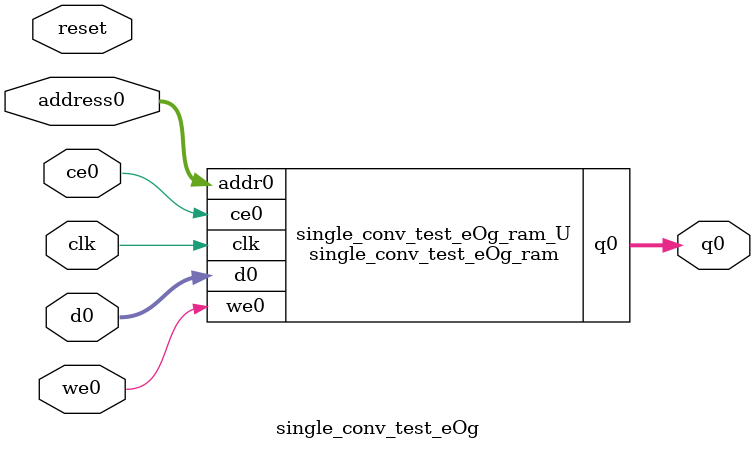
<source format=v>
`timescale 1 ns / 1 ps
module single_conv_test_eOg_ram (addr0, ce0, d0, we0, q0,  clk);

parameter DWIDTH = 32;
parameter AWIDTH = 3;
parameter MEM_SIZE = 6;

input[AWIDTH-1:0] addr0;
input ce0;
input[DWIDTH-1:0] d0;
input we0;
output reg[DWIDTH-1:0] q0;
input clk;

(* ram_style = "distributed" *)reg [DWIDTH-1:0] ram[0:MEM_SIZE-1];




always @(posedge clk)  
begin 
    if (ce0) 
    begin
        if (we0) 
        begin 
            ram[addr0] <= d0; 
        end 
        q0 <= ram[addr0];
    end
end


endmodule

`timescale 1 ns / 1 ps
module single_conv_test_eOg(
    reset,
    clk,
    address0,
    ce0,
    we0,
    d0,
    q0);

parameter DataWidth = 32'd32;
parameter AddressRange = 32'd6;
parameter AddressWidth = 32'd3;
input reset;
input clk;
input[AddressWidth - 1:0] address0;
input ce0;
input we0;
input[DataWidth - 1:0] d0;
output[DataWidth - 1:0] q0;



single_conv_test_eOg_ram single_conv_test_eOg_ram_U(
    .clk( clk ),
    .addr0( address0 ),
    .ce0( ce0 ),
    .we0( we0 ),
    .d0( d0 ),
    .q0( q0 ));

endmodule


</source>
